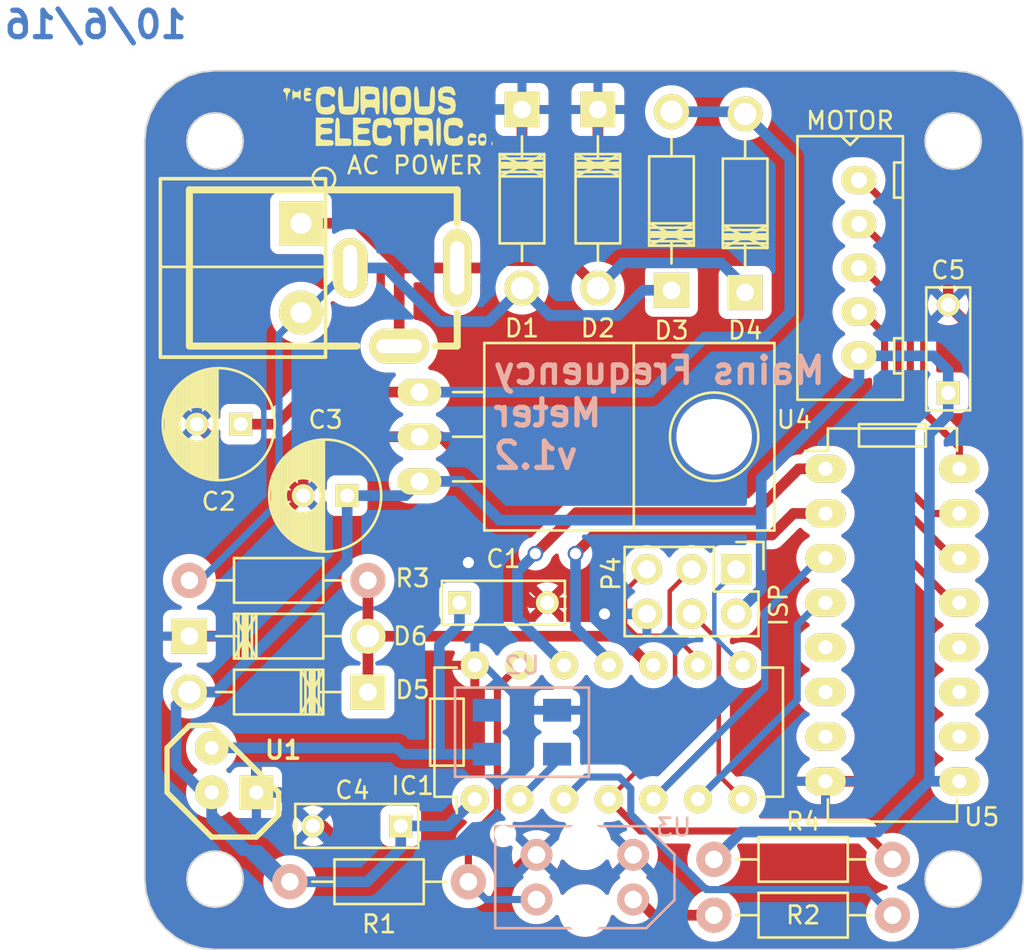
<source format=kicad_pcb>
(kicad_pcb (version 20221018) (generator pcbnew)
  (layers (0 "F.Cu" signal) (31 "B.Cu" signal) (34 "B.Paste" user) (35 "F.Paste" user) (36 "B.SilkS" user "B.Silkscreen") (37 "F.SilkS" user "F.Silkscreen") (38 "B.Mask" user) (39 "F.Mask" user) (44 "Edge.Cuts" user))
  (net 0 "")
  (net 1 "VCC")
  (net 2 "GND")
  (net 3 "/DMAINSF")
  (net 4 "/TCXO")
  (net 5 "/RST")
  (net 6 "/MOSI")
  (net 7 "/MISO")
  (net 8 "/SCK")
  (net 9 "/MAINSF")
  (net 10 "Net-(C1-Pad1)")
  (net 11 "/IN3")
  (net 12 "/IN1")
  (net 13 "/IN2")
  (net 14 "/IN4")
  (net 15 "/MOTOR_HOME_OUT")
  (net 16 "/MOTOR_HOME_SENSE")
  (net 17 "Net-(P3-Pad1)")
  (net 18 "Net-(P3-Pad3)")
  (net 19 "Net-(P3-Pad4)")
  (net 20 "Net-(R2-Pad2)")
  (net 21 "Net-(P3-Pad2)")
  (net 22 "Net-(C2-Pad1)")
  (net 23 "Net-(CON1-Pad2)")
  (net 24 "Net-(U2-Pad1)")
  (net 25 "Net-(U5-Pad5)")
  (net 26 "Net-(U5-Pad6)")
  (net 27 "Net-(U5-Pad7)")
  (net 28 "Net-(U5-Pad10)")
  (net 29 "Net-(U5-Pad11)")
  (net 30 "Net-(U5-Pad12)")
  (footprint "sick-of-beige:DP5050" (layer "F.Cu") (at 179.959 120.015)
    (fp_text reference "")
    (fp_text value "")
    (fp_line (start 0 4) (end 0.076859 3.21964) (stroke (width 0.1)) (layer "Edge.Cuts"))
    (fp_line (start 0 46) (end 0 4) (stroke (width 0.1)) (layer "Edge.Cuts"))
    (fp_line (start 0.076859 3.21964) (end 0.304474 2.46925) (stroke (width 0.1)) (layer "Edge.Cuts"))
    (fp_line (start 0.076859 46.7803) (end 0 46) (stroke (width 0.1)) (layer "Edge.Cuts"))
    (fp_line (start 0.304474 2.46925) (end 0.674118 1.77771) (stroke (width 0.1)) (layer "Edge.Cuts"))
    (fp_line (start 0.304474 47.5307) (end 0.076859 46.7803) (stroke (width 0.1)) (layer "Edge.Cuts"))
    (fp_line (start 0.674118 1.77771) (end 1.17157 1.17157) (stroke (width 0.1)) (layer "Edge.Cuts"))
    (fp_line (start 0.674118 48.2223) (end 0.304474 47.5307) (stroke (width 0.1)) (layer "Edge.Cuts"))
    (fp_line (start 1.17157 1.17157) (end 1.77771 0.674118) (stroke (width 0.1)) (layer "Edge.Cuts"))
    (fp_line (start 1.17157 48.8284) (end 0.674118 48.2223) (stroke (width 0.1)) (layer "Edge.Cuts"))
    (fp_line (start 1.77771 0.674118) (end 2.46925 0.304474) (stroke (width 0.1)) (layer "Edge.Cuts"))
    (fp_line (start 1.77771 49.3259) (end 1.17157 48.8284) (stroke (width 0.1)) (layer "Edge.Cuts"))
    (fp_line (start 2.39999 4) (end 2.43074 4.31213) (stroke (width 0.1)) (layer "Edge.Cuts"))
    (fp_line (start 2.39999 46) (end 2.43074 46.3121) (stroke (width 0.1)) (layer "Edge.Cuts"))
    (fp_line (start 2.43074 3.68785) (end 2.39999 4) (stroke (width 0.1)) (layer "Edge.Cuts"))
    (fp_line (start 2.43074 4.31213) (end 2.52179 4.61229) (stroke (width 0.1)) (layer "Edge.Cuts"))
    (fp_line (start 2.43074 45.6879) (end 2.39999 46) (stroke (width 0.1)) (layer "Edge.Cuts"))
    (fp_line (start 2.43074 46.3121) (end 2.52179 46.6123) (stroke (width 0.1)) (layer "Edge.Cuts"))
    (fp_line (start 2.46925 0.304474) (end 3.21964 0.076859) (stroke (width 0.1)) (layer "Edge.Cuts"))
    (fp_line (start 2.46925 49.6955) (end 1.77771 49.3259) (stroke (width 0.1)) (layer "Edge.Cuts"))
    (fp_line (start 2.52179 3.3877) (end 2.43074 3.68785) (stroke (width 0.1)) (layer "Edge.Cuts"))
    (fp_line (start 2.52179 4.61229) (end 2.66965 4.8889) (stroke (width 0.1)) (layer "Edge.Cuts"))
    (fp_line (start 2.52179 45.3877) (end 2.43074 45.6879) (stroke (width 0.1)) (layer "Edge.Cuts"))
    (fp_line (start 2.52179 46.6123) (end 2.66965 46.8889) (stroke (width 0.1)) (layer "Edge.Cuts"))
    (fp_line (start 2.66965 3.11108) (end 2.52179 3.3877) (stroke (width 0.1)) (layer "Edge.Cuts"))
    (fp_line (start 2.66965 4.8889) (end 2.86862 5.13136) (stroke (width 0.1)) (layer "Edge.Cuts"))
    (fp_line (start 2.66965 45.1111) (end 2.52179 45.3877) (stroke (width 0.1)) (layer "Edge.Cuts"))
    (fp_line (start 2.66965 46.8889) (end 2.86862 47.1314) (stroke (width 0.1)) (layer "Edge.Cuts"))
    (fp_line (start 2.86862 2.86862) (end 2.66965 3.11108) (stroke (width 0.1)) (layer "Edge.Cuts"))
    (fp_line (start 2.86862 5.13136) (end 3.11108 5.33034) (stroke (width 0.1)) (layer "Edge.Cuts"))
    (fp_line (start 2.86862 44.8686) (end 2.66965 45.1111) (stroke (width 0.1)) (layer "Edge.Cuts"))
    (fp_line (start 2.86862 47.1314) (end 3.11108 47.3303) (stroke (width 0.1)) (layer "Edge.Cuts"))
    (fp_line (start 3.11108 2.66965) (end 2.86862 2.86862) (stroke (width 0.1)) (layer "Edge.Cuts"))
    (fp_line (start 3.11108 5.33034) (end 3.3877 5.4782) (stroke (width 0.1)) (layer "Edge.Cuts"))
    (fp_line (start 3.11108 44.6696) (end 2.86862 44.8686) (stroke (width 0.1)) (layer "Edge.Cuts"))
    (fp_line (start 3.11108 47.3303) (end 3.3877 47.4782) (stroke (width 0.1)) (layer "Edge.Cuts"))
    (fp_line (start 3.21964 0.076859) (end 3.99998 0) (stroke (width 0.1)) (layer "Edge.Cuts"))
    (fp_line (start 3.21964 49.9231) (end 2.46925 49.6955) (stroke (width 0.1)) (layer "Edge.Cuts"))
    (fp_line (start 3.3877 2.52179) (end 3.11108 2.66965) (stroke (width 0.1)) (layer "Edge.Cuts"))
    (fp_line (start 3.3877 5.4782) (end 3.68785 5.56924) (stroke (width 0.1)) (layer "Edge.Cuts"))
    (fp_line (start 3.3877 44.5218) (end 3.11108 44.6696) (stroke (width 0.1)) (layer "Edge.Cuts"))
    (fp_line (start 3.3877 47.4782) (end 3.68785 47.5692) (stroke (width 0.1)) (layer "Edge.Cuts"))
    (fp_line (start 3.68785 2.43074) (end 3.3877 2.52179) (stroke (width 0.1)) (layer "Edge.Cuts"))
    (fp_line (start 3.68785 5.56924) (end 4 5.59999) (stroke (width 0.1)) (layer "Edge.Cuts"))
    (fp_line (start 3.68785 44.4307) (end 3.3877 44.5218) (stroke (width 0.1)) (layer "Edge.Cuts"))
    (fp_line (start 3.68785 47.5692) (end 4 47.6) (stroke (width 0.1)) (layer "Edge.Cuts"))
    (fp_line (start 3.99998 0) (end 46 0) (stroke (width 0.1)) (layer "Edge.Cuts"))
    (fp_line (start 3.99998 2.39999) (end 3.68785 2.43074) (stroke (width 0.1)) (layer "Edge.Cuts"))
    (fp_line (start 3.99998 44.4) (end 3.68785 44.4307) (stroke (width 0.1)) (layer "Edge.Cuts"))
    (fp_line (start 4 5.59999) (end 4.31213 5.56924) (stroke (width 0.1)) (layer "Edge.Cuts"))
    (fp_line (start 4 47.6) (end 4.31213 47.5692) (stroke (width 0.1)) (layer "Edge.Cuts"))
    (fp_line (start 4 50) (end 3.21964 49.9231) (stroke (width 0.1)) (layer "Edge.Cuts"))
    (fp_line (start 4.31213 2.43074) (end 3.99998 2.39999) (stroke (width 0.1)) (layer "Edge.Cuts"))
    (fp_line (start 4.31213 5.56924) (end 4.61229 5.4782) (stroke (width 0.1)) (layer "Edge.Cuts"))
    (fp_line (start 4.31213 44.4307) (end 3.99998 44.4) (stroke (width 0.1)) (layer "Edge.Cuts"))
    (fp_line (start 4.31213 47.5692) (end 4.61229 47.4782) (stroke (width 0.1)) (layer "Edge.Cuts"))
    (fp_line (start 4.61229 2.52179) (end 4.31213 2.43074) (stroke (width 0.1)) (layer "Edge.Cuts"))
    (fp_line (start 4.61229 5.4782) (end 4.8889 5.33034) (stroke (width 0.1)) (layer "Edge.Cuts"))
    (fp_line (start 4.61229 44.5218) (end 4.31213 44.4307) (stroke (width 0.1)) (layer "Edge.Cuts"))
    (fp_line (start 4.61229 47.4782) (end 4.8889 47.3303) (stroke (width 0.1)) (layer "Edge.Cuts"))
    (fp_line (start 4.8889 2.66965) (end 4.61229 2.52179) (stroke (width 0.1)) (layer "Edge.Cuts"))
    (fp_line (start 4.8889 5.33034) (end 5.13136 5.13136) (stroke (width 0.1)) (layer "Edge.Cuts"))
    (fp_line (start 4.8889 44.6696) (end 4.61229 44.5218) (stroke (width 0.1)) (layer "Edge.Cuts"))
    (fp_line (start 4.8889 47.3303) (end 5.13136 47.1314) (stroke (width 0.1)) (layer "Edge.Cuts"))
    (fp_line (start 5.13136 2.86862) (end 4.8889 2.66965) (stroke (width 0.1)) (layer "Edge.Cuts"))
    (fp_line (start 5.13136 5.13136) (end 5.33034 4.8889) (stroke (width 0.1)) (layer "Edge.Cuts"))
    (fp_line (start 5.13136 44.8686) (end 4.8889 44.6696) (stroke (width 0.1)) (layer "Edge.Cuts"))
    (fp_line (start 5.13136 47.1314) (end 5.33034 46.8889) (stroke (width 0.1)) (layer "Edge.Cuts"))
    (fp_line (start 5.33034 3.11108) (end 5.13136 2.86862) (stroke (width 0.1)) (layer "Edge.Cuts"))
    (fp_line (start 5.33034 4.8889) (end 5.4782 4.61229) (stroke (width 0.1)) (layer "Edge.Cuts"))
    (fp_line (start 5.33034 45.1111) (end 5.13136 44.8686) (stroke (width 0.1)) (layer "Edge.Cuts"))
    (fp_line (start 5.33034 46.8889) (end 5.4782 46.6123) (stroke (width 0.1)) (layer "Edge.Cuts"))
    (fp_line (start 5.4782 3.3877) (end 5.33034 3.11108) (stroke (width 0.1)) (layer "Edge.Cuts"))
    (fp_line (start 5.4782 4.61229) (end 5.56924 4.31213) (stroke (width 0.1)) (layer "Edge.Cuts"))
    (fp_line (start 5.4782 45.3877) (end 5.33034 45.1111) (stroke (width 0.1)) (layer "Edge.Cuts"))
    (fp_line (start 5.4782 46.6123) (end 5.56924 46.3121) (stroke (width 0.1)) (layer "Edge.Cuts"))
    (fp_line (start 5.56924 3.68785) (end 5.4782 3.3877) (stroke (width 0.1)) (layer "Edge.Cuts"))
    (fp_line (start 5.56924 4.31213) (end 5.59999 4) (stroke (width 0.1)) (layer "Edge.Cuts"))
    (fp_line (start 5.56924 45.6879) (end 5.4782 45.3877) (stroke (width 0.1)) (layer "Edge.Cuts"))
    (fp_line (start 5.56924 46.3121) (end 5.59999 46) (stroke (width 0.1)) (layer "Edge.Cuts"))
    (fp_line (start 5.59999 4) (end 5.56924 3.68785) (stroke (width 0.1)) (layer "Edge.Cuts"))
    (fp_line (start 5.59999 46) (end 5.56924 45.6879) (stroke (width 0.1)) (layer "Edge.Cuts"))
    (fp_line (start 44.4 4) (end 44.4307 4.31213) (stroke (width 0.1)) (layer "Edge.Cuts"))
    (fp_line (start 44.4 46) (end 44.4307 46.3121) (stroke (width 0.1)) (layer "Edge.Cuts"))
    (fp_line (start 44.4307 3.68785) (end 44.4 4) (stroke (width 0.1)) (layer "Edge.Cuts"))
    (fp_line (start 44.4307 4.31213) (end 44.5218 4.61229) (stroke (width 0.1)) (layer "Edge.Cuts"))
    (fp_line (start 44.4307 45.6879) (end 44.4 46) (stroke (width 0.1)) (layer "Edge.Cuts"))
    (fp_line (start 44.4307 46.3121) (end 44.5218 46.6123) (stroke (width 0.1)) (layer "Edge.Cuts"))
    (fp_line (start 44.5218 3.3877) (end 44.4307 3.68785) (stroke (width 0.1)) (layer "Edge.Cuts"))
    (fp_line (start 44.5218 4.61229) (end 44.6696 4.8889) (stroke (width 0.1)) (layer "Edge.Cuts"))
    (fp_line (start 44.5218 45.3877) (end 44.4307 45.6879) (stroke (width 0.1)) (layer "Edge.Cuts"))
    (fp_line (start 44.5218 46.6123) (end 44.6696 46.8889) (stroke (width 0.1)) (layer "Edge.Cuts"))
    (fp_line (start 44.6696 3.11108) (end 44.5218 3.3877) (stroke (width 0.1)) (layer "Edge.Cuts"))
    (fp_line (start 44.6696 4.8889) (end 44.8686 5.13136) (stroke (width 0.1)) (layer "Edge.Cuts"))
    (fp_line (start 44.6696 45.1111) (end 44.5218 45.3877) (stroke (width 0.1)) (layer "Edge.Cuts"))
    (fp_line (start 44.6696 46.8889) (end 44.8686 47.1314) (stroke (width 0.1)) (layer "Edge.Cuts"))
    (fp_line (start 44.8686 2.86862) (end 44.6696 3.11108) (stroke (width 0.1)) (layer "Edge.Cuts"))
    (fp_line (start 44.8686 5.13136) (end 45.1111 5.33034) (stroke (width 0.1)) (layer "Edge.Cuts"))
    (fp_line (start 44.8686 44.8686) (end 44.6696 45.1111) (stroke (width 0.1)) (layer "Edge.Cuts"))
    (fp_line (start 44.8686 47.1314) (end 45.1111 47.3303) (stroke (width 0.1)) (layer "Edge.Cuts"))
    (fp_line (start 45.1111 2.66965) (end 44.8686 2.86862) (stroke (width 0.1)) (layer "Edge.Cuts"))
    (fp_line (start 45.1111 5.33034) (end 45.3877 5.4782) (stroke (width 0.1)) (layer "Edge.Cuts"))
    (fp_line (start 45.1111 44.6696) (end 44.8686 44.8686) (stroke (width 0.1)) (layer "Edge.Cuts"))
    (fp_line (start 45.1111 47.3303) (end 45.3877 47.4782) (stroke (width 0.1)) (layer "Edge.Cuts"))
    (fp_line (start 45.3877 2.52179) (end 45.1111 2.66965) (stroke (width 0.1)) (layer "Edge.Cuts"))
    (fp_line (start 45.3877 5.4782) (end 45.6879 5.56924) (stroke (width 0.1)) (layer "Edge.Cuts"))
    (fp_line (start 45.3877 44.5218) (end 45.1111 44.6696) (stroke (width 0.1)) (layer "Edge.Cuts"))
    (fp_line (start 45.3877 47.4782) (end 45.6879 47.5692) (stroke (width 0.1)) (layer "Edge.Cuts"))
    (fp_line (start 45.6879 2.43074) (end 45.3877 2.52179) (stroke (width 0.1)) (layer "Edge.Cuts"))
    (fp_line (start 45.6879 5.56924) (end 46 5.59999) (stroke (width 0.1)) (layer "Edge.Cuts"))
    (fp_line (start 45.6879 44.4307) (end 45.3877 44.5218) (stroke (width 0.1)) (layer "Edge.Cuts"))
    (fp_line (start 45.6879 47.5692) (end 46 47.6) (stroke (width 0.1)) (layer "Edge.Cuts"))
    (fp_line (start 46 0) (end 46.7803 0.076859) (stroke (width 0.1)) (layer "Edge.Cuts"))
    (fp_line (start 46 2.39999) (end 45.6879 2.43074) (stroke (width 0.1)) (layer "Edge.Cuts"))
    (fp_line (start 46 5.59999) (end 46.3121 5.56924) (stroke (width 0.1)) (layer "Edge.Cuts"))
    (fp_line (start 46 44.4) (end 45.6879 44.4307) (stroke (width 0.1)) (layer "Edge.Cuts"))
    (fp_line (start 46 47.6) (end 46.3121 47.5692) (stroke (width 0.1)) (layer "Edge.Cuts"))
    (fp_line (start 46 50) (end 4 50) (stroke (width 0.1)) (layer "Edge.Cuts"))
    (fp_line (start 46.3121 2.43074) (end 46 2.39999) (stroke (width 0.1)) (layer "Edge.Cuts"))
    (fp_line (start 46.3121 5.56924) (end 46.6123 5.4782) (stroke (width 0.1)) (layer "Edge.Cuts"))
    (fp_line (start 46.3121 44.4307) (end 46 44.4) (stroke (width 0.1)) (layer "Edge.Cuts"))
    (fp_line (start 46.3121 47.5692) (end 46.6123 47.4782) (stroke (width 0.1)) (layer "Edge.Cuts"))
    (fp_line (start 46.6123 2.52179) (end 46.3121 2.43074) (stroke (width 0.1)) (layer "Edge.Cuts"))
    (fp_line (start 46.6123 5.4782) (end 46.8889 5.33034) (stroke (width 0.1)) (layer "Edge.Cuts"))
    (fp_line (start 46.6123 44.5218) (end 46.3121 44.4307) (stroke (width 0.1)) (layer "Edge.Cuts"))
    (fp_line (start 46.6123 47.4782) (end 46.8889 47.3303) (stroke (width 0.1)) (layer "Edge.Cuts"))
    (fp_line (start 46.7803 0.076859) (end 47.5307 0.304474) (stroke (width 0.1)) (layer "Edge.Cuts"))
    (fp_line (start 46.7803 49.9231) (end 46 50) (stroke (width 0.1)) (layer "Edge.Cuts"))
    (fp_line (start 46.8889 2.66965) (end 46.6123 2.52179) (stroke (width 0.1)) (layer "Edge.Cuts"))
    (fp_line (start 46.8889 5.33034) (end 47.1314 5.13136) (stroke (width 0.1)) (layer "Edge.Cuts"))
    (fp_line (start 46.8889 44.6696) (end 46.6123 44.5218) (stroke (width 0.1)) (layer "Edge.Cuts"))
    (fp_line (start 46.8889 47.3303) (end 47.1314 47.1314) (stroke (width 0.1)) (layer "Edge.Cuts"))
    (fp_line (start 47.1314 2.86862) (end 46.8889 2.66965) (stroke (width 0.1)) (layer "Edge.Cuts"))
    (fp_line (start 47.1314 5.13136) (end 47.3303 4.8889) (stroke (width 0.1)) (layer "Edge.Cuts"))
    (fp_line (start 47.1314 44.8686) (end 46.8889 44.6696) (stroke (width 0.1)) (layer "Edge.Cuts"))
    (fp_line (start 47.1314 47.1314) (end 47.3303 46.8889) (stroke (width 0.1)) (layer "Edge.Cuts"))
    (fp_line (start 47.3303 3.11108) (end 47.1314 2.86862) (stroke (width 0.1)) (layer "Edge.Cuts"))
    (fp_line (start 47.3303 4.8889) (end 47.4782 4.61229) (stroke (width 0.1)) (layer "Edge.Cuts"))
    (fp_line (start 47.3303 45.1111) (end 47.1314 44.8686) (stroke (width 0.1)) (layer "Edge.Cuts"))
    (fp_line (start 47.3303 46.8889) (end 47.4782 46.6123) (stroke (width 0.1)) (layer "Edge.Cuts"))
    (fp_line (start 47.4782 3.3877) (end 47.3303 3.11108) (stroke (width 0.1)) (layer "Edge.Cuts"))
    (fp_line (start 47.4782 4.61229) (end 47.5692 4.31213) (stroke (width 0.1)) (layer "Edge.Cuts"))
    (fp_line (start 47.4782 45.3877) (end 47.3303 45.1111) (stroke (width 0.1)) (layer "Edge.Cuts"))
    (fp_line (start 47.4782 46.6123) (end 47.5692 46.3121) (stroke (width 0.1)) (layer "Edge.Cuts"))
    (fp_line (start 47.5307 0.304474) (end 48.2223 0.674118) (stroke (width 0.1)) (layer "Edge.Cuts"))
    (fp_line (start 47.5307 49.6955) (end 46.7803 49.9231) (stroke (width 0.1)) (layer "Edge.Cuts"))
    (fp_line (start 47.5692 3.68785) (end 47.4782 3.3877) (stroke (width 0.1)) (layer "Edge.Cuts"))
    (fp_line (start 47.5692 4.31213) (end 47.6 4) (stroke (width 0.1)) (layer "Edge.Cuts"))
    (fp_line (start 47.5692 45.6879) (end 47.4782 45.3877) (stroke (width 0.1)) (layer "Edge.Cuts"))
    (fp_line (start 47.5692 46.3121) (end 47.6 46) (stroke (width 0.1)) (layer "Edge.Cuts"))
    (fp_line (start 47.6 4) (end 47.5692 3.68785) (stroke (width 0.1)) (layer "Edge.Cuts"))
    (fp_line (start 47.6 46) (end 47.5692 45.6879) (stroke (width 0.1)) (layer "Edge.Cuts"))
    (fp_line (start 48.2223 0.674118) (end 48.8284 1.17157) (stroke (width 0.1)) (layer "Edge.Cuts"))
    (fp_line (start 48.2223 49.3259) (end 47.5307 49.6955) (stroke (width 0.1)) (layer "Edge.Cuts"))
    (fp_line (start 48.8284 1.17157) (end 49.3259 1.77771) (stroke (width 0.1)) (layer "Edge.Cuts"))
    (fp_line (start 48.8284 48.8284) (end 48.2223 49.3259) (stroke (width 0.1)) (layer "Edge.Cuts"))
    (fp_line (start 49.3259 1.77771) (end 49.6955 2.46925) (stroke (width 0.1)) (layer "Edge.Cuts"))
    (fp_line (start 49.3259 48.2223) (end 48.8284 48.8284) (stroke (width 0.1)) (layer "Edge.Cuts"))
    (fp_line (start 49.6955 2.46925) (end 49.9231 3.21964) (stroke (width 0.1)) (layer "Edge.Cuts"))
    (fp_line (start 49.6955 47.5307) (end 49.3259 48.2223) (stroke (width 0.1)) (layer "Edge.Cuts"))
    (fp_line (start 49.9231 3.21964) (end 50 4) (stroke (width 0.1)) (layer "Edge.Cuts"))
    (fp_line (start 49.9231 46.7803) (end 49.6955 47.5307) (stroke (width 0.1)) (layer "Edge.Cuts"))
    (fp_line (start 50 4) (end 50 46) (stroke (width 0.1)) (layer "Edge.Cuts"))
    (fp_line (start 50 46) (end 49.9231 46.7803) (stroke (width 0.1)) (layer "Edge.Cuts"))
  )
  (footprint "gridMeter:XHP-5" (layer "F.Cu") (at 220.599 131.238 90)
    (fp_text reference "P3" hide)
    (fp_text value "MOTOR")
  )
  (footprint "Capacitors_ThroughHole:C_Rect_L7_W2.5_P5" (layer "F.Cu") (at 197.866 150.288)
    (fp_text reference "C1")
    (fp_text value "100n")
  )
  (footprint "Capacitors_ThroughHole:C_Rect_L7_W2.5_P5" (layer "F.Cu") (at 194.524 162.988 180)
    (fp_text reference "C4")
    (fp_text value "100n")
  )
  (footprint "Capacitors_ThroughHole:C_Rect_L7_W2.5_P5" (layer "F.Cu") (at 225.679 138.343 90)
    (fp_text reference "C5")
    (fp_text value "100n")
  )
  (footprint "REInnovationFootprint:DC_Power_2_1" (layer "F.Cu") (at 197.739 131.238 -90)
    (fp_text reference "CON1" hide)
    (fp_text value "AC POWER" hide)
  )
  (footprint "Diodes_ThroughHole:Diode_DO-41_SOD81_Horizontal_RM10" (layer "F.Cu") (at 201.422 122.221 -90)
    (fp_text reference "D1")
    (fp_text value "IN400x")
  )
  (footprint "Diodes_ThroughHole:Diode_DO-41_SOD81_Horizontal_RM10" (layer "F.Cu") (at 205.74254 122.221 -90)
    (fp_text reference "D2")
    (fp_text value "IN400x")
  )
  (footprint "Diodes_ThroughHole:Diode_DO-41_SOD81_Horizontal_RM10" (layer "F.Cu") (at 209.93354 132.508 90)
    (fp_text reference "D3")
    (fp_text value "IN400x")
  )
  (footprint "Diodes_ThroughHole:Diode_DO-41_SOD81_Horizontal_RM10" (layer "F.Cu") (at 214.12454 132.635 90)
    (fp_text reference "D4")
    (fp_text value "IN400x")
  )
  (footprint "Diodes_ThroughHole:Diode_DO-41_SOD81_Horizontal_RM10" (layer "F.Cu") (at 192.659 155.368 180)
    (fp_text reference "D5")
    (fp_text value "IN400x")
  )
  (footprint "Diodes_ThroughHole:Diode_DO-41_SOD81_Horizontal_RM10" (layer "F.Cu") (at 182.499 152.193)
    (fp_text reference "D6")
    (fp_text value "1N400x")
  )
  (footprint "DIP-14_W7.62mm" (layer "F.Cu") (at 198.739 161.463 90)
    (fp_text reference "IC1")
    (fp_text value " ATTINY84A-PU")
  )
  (footprint "REInnovationFootprint:TH_CONN_2W" (layer "F.Cu") (at 188.849 133.778 -90)
    (fp_text reference "P2" hide)
    (fp_text value "AC POWER" hide)
  )
  (footprint "Pin_Headers:Pin_Header_Straight_2x03" (layer "F.Cu") (at 213.614 148.383 -90)
    (fp_text reference "P4")
    (fp_text value "ISP")
  )
  (footprint "Resistors_ThroughHole:Resistor_Horizontal_RM10mm" (layer "F.Cu") (at 193.294 166.163 180)
    (fp_text reference "R1")
    (fp_text value "10K")
  )
  (footprint "Resistors_ThroughHole:Resistor_Horizontal_RM10mm" (layer "F.Cu") (at 217.424 168.068 180)
    (fp_text reference "R2")
    (fp_text value "330R")
  )
  (footprint "Resistors_ThroughHole:Resistor_Horizontal_RM10mm" (layer "F.Cu") (at 187.579 149.018 180)
    (fp_text reference "R3")
    (fp_text value "10K")
  )
  (footprint "Resistors_ThroughHole:Resistor_Horizontal_RM10mm" (layer "F.Cu") (at 217.424 164.893 180)
    (fp_text reference "R4")
    (fp_text value "10K")
  )
  (footprint "TO_SOT_Packages_THT:TO-220_Neutral123_Horizontal" (layer "F.Cu") (at 195.595 140.843 -90)
    (fp_text reference "U4")
    (fp_text value "7805")
  )
  (footprint "DIP-16_W7.62mm_LongPads" (layer "F.Cu") (at 218.694 142.668)
    (fp_text reference "U5")
    (fp_text value "ULN2003")
  )
  (footprint "Capacitors_ThroughHole:C_Radial_D6.3_L11.2_P2.5" (layer "F.Cu") (at 185.42 140.128 180)
    (fp_text reference "C2")
    (fp_text value "220u")
  )
  (footprint "Capacitors_ThroughHole:C_Radial_D6.3_L11.2_P2.5" (layer "F.Cu") (at 191.476 144.192 180)
    (fp_text reference "C3")
    (fp_text value "220u")
  )
  (footprint "CuriousElectric2:CuriousElectric_flat_12mm" (layer "F.Cu") (at 193.675 122.602)
    (fp_text reference "P6" hide)
    (fp_text value "LOGO1" hide)
  )
  (footprint "matts_components:TO92-MCP1700" (layer "F.Cu") (at 185.039 159.813 90)
    (fp_text reference "U1")
    (fp_text value "MCP170-3_3V" hide)
  )
  (footprint "gridMeter:FOX924" (layer "B.Cu") (at 201.422 157.654)
    (fp_text reference "U2")
    (fp_text value "TCXO_SMD_4P")
  )
  (footprint "gridMeter:TCRT5000" (layer "B.Cu") (at 205 165.904)
    (fp_text reference "U3")
    (fp_text value "TCRT5000")
  )
  (gr_text "10/6/16" (at 177.165 117.395) (layer "B.Cu") (effects (font (size 1.5 1.5) (thickness 0.3)) (justify mirror)))
  (gr_text "Mains Frequency\nMeter\nv1.2" (at 199.644 139.493) (layer "B.SilkS") (effects (font (size 1.5 1.5) (thickness 0.3)) (justify right mirror)))
  (gr_text "MOTOR" (at 220.091 122.856) (layer "F.SilkS") (effects (font (size 1 1))))
  (gr_text "AC POWER" (at 195.326 125.396) (layer "F.SilkS") (effects (font (size 1 1))))
  (gr_text "ISP" (at 216.027 150.415 90) (layer "F.SilkS") (effects (font (size 1 1))))
  (segment (start 183.769 162.607) (end 185.547 164.385) (width 0.6096) (layer "B.Cu") (net 1))
  (segment (start 185.547 164.385) (end 186.436 164.385) (width 0.6096) (layer "B.Cu") (net 1))
  (segment (start 186.436 164.385) (end 188.214 166.163) (width 0.6096) (layer "B.Cu") (net 1))
  (segment (start 197.946 143.383) (end 200.152 145.589) (width 0.6096) (layer "B.Cu") (net 1))
  (segment (start 200.152 145.589) (end 215.036401 145.589) (width 0.6096) (layer "B.Cu") (net 1))
  (segment (start 215.036401 145.589) (end 215.036401 143.210199) (width 0.6096) (layer "B.Cu") (net 1))
  (segment (start 187.579 166.163) (end 183.769 162.353) (width 0.6096) (layer "B.Cu") (net 1))
  (segment (start 183.769 162.353) (end 183.769 161.083) (width 0.6096) (layer "B.Cu") (net 1))
  (segment (start 183.261 161.083) (end 181.737 159.559) (width 0.6096) (layer "B.Cu") (net 1))
  (segment (start 181.737 159.559) (end 181.737 156.13254) (width 0.6096) (layer "B.Cu") (net 1))
  (segment (start 181.737 156.13254) (end 182.499 155.37054) (width 0.6096) (layer "B.Cu") (net 1))
  (segment (start 184.02046 155.37054) (end 191.476 147.915) (width 0.6096) (layer "B.Cu") (net 1))
  (segment (start 191.476 147.915) (end 191.476 144.192) (width 0.6096) (layer "B.Cu") (net 1))
  (segment (start 191.476 144.192) (end 194.786 144.192) (width 0.6096) (layer "B.Cu") (net 1))
  (segment (start 212.344 164.893) (end 213.902291 163.334709) (width 0.6096) (layer "B.Cu") (net 1))
  (segment (start 224.60519 140.67641) (end 224.60519 160.39721) (width 0.6096) (layer "B.Cu") (net 1))
  (segment (start 192.6086 166.163) (end 188.214 166.163) (width 0.6096) (layer "B.Cu") (net 1))
  (segment (start 194.786 144.192) (end 195.595 143.383) (width 0.6096) (layer "B.Cu") (net 1))
  (segment (start 195.595 143.383) (end 197.946 143.383) (width 0.6096) (layer "B.Cu") (net 1))
  (segment (start 194.524 162.988) (end 197.214 162.988) (width 0.6096) (layer "B.Cu") (net 1))
  (segment (start 225.679 139.6026) (end 224.60519 140.67641) (width 0.6096) (layer "B.Cu") (net 1))
  (segment (start 188.214 166.163) (end 187.579 166.163) (width 0.6096) (layer "B.Cu") (net 1))
  (segment (start 225.679 138.343) (end 225.679 139.6026) (width 0.6096) (layer "B.Cu") (net 1))
  (segment (start 194.524 164.2476) (end 192.6086 166.163) (width 0.6096) (layer "B.Cu") (net 1))
  (segment (start 183.769 161.083) (end 183.261 161.083) (width 0.6096) (layer "B.Cu") (net 1))
  (segment (start 197.214 162.988) (end 198.739 161.463) (width 0.6096) (layer "B.Cu") (net 1))
  (segment (start 182.499 155.37054) (end 184.02046 155.37054) (width 0.6096) (layer "B.Cu") (net 1))
  (segment (start 224.8336 136.238) (end 222.2086 136.238) (width 0.6096) (layer "B.Cu") (net 1))
  (segment (start 215.036401 143.210199) (end 220.599 137.6476) (width 0.6096) (layer "B.Cu") (net 1))
  (segment (start 225.679 138.343) (end 225.679 137.0834) (width 0.6096) (layer "B.Cu") (net 1))
  (segment (start 220.599 137.6476) (end 220.599 136.238) (width 0.6096) (layer "B.Cu") (net 1))
  (segment (start 183.769 162.353) (end 183.769 162.607) (width 0.6096) (layer "B.Cu") (net 1))
  (segment (start 221.667691 163.334709) (end 224.5544 160.448) (width 0.6096) (layer "B.Cu") (net 1))
  (segment (start 224.5544 160.448) (end 226.314 160.448) (width 0.6096) (layer "B.Cu") (net 1))
  (segment (start 194.524 162.988) (end 194.524 164.2476) (width 0.6096) (layer "B.Cu") (net 1))
  (segment (start 225.679 137.0834) (end 224.8336 136.238) (width 0.6096) (layer "B.Cu") (net 1))
  (segment (start 213.614 150.923) (end 215.036401 149.500599) (width 0.6096) (layer "B.Cu") (net 1))
  (segment (start 224.60519 160.39721) (end 224.5544 160.448) (width 0.6096) (layer "B.Cu") (net 1))
  (segment (start 226.314 160.448) (end 225.964 160.448) (width 0.6096) (layer "B.Cu") (net 1))
  (segment (start 213.902291 163.334709) (end 221.667691 163.334709) (width 0.6096) (layer "B.Cu") (net 1))
  (segment (start 222.2086 136.238) (end 220.599 136.238) (width 0.6096) (layer "B.Cu") (net 1))
  (segment (start 215.036401 149.500599) (end 215.036401 145.589) (width 0.6096) (layer "B.Cu") (net 1))
  (segment (start 201.935 164.634) (end 200.406 166.163) (width 0.6096) (layer "F.Cu") (net 2))
  (segment (start 200.406 166.163) (end 200.406 167.052) (width 0.6096) (layer "F.Cu") (net 2))
  (segment (start 200.406 167.052) (end 199.263 168.195) (width 0.6096) (layer "F.Cu") (net 2))
  (segment (start 199.263 168.195) (end 195.326 168.195) (width 0.6096) (layer "F.Cu") (net 2))
  (segment (start 195.326 168.195) (end 190.119 162.988) (width 0.6096) (layer "F.Cu") (net 2))
  (segment (start 190.119 162.988) (end 189.524 162.988) (width 0.6096) (layer "F.Cu") (net 2))
  (segment (start 225.679 127.809) (end 222.377 124.507) (width 0.6096) (layer "F.Cu") (net 2))
  (segment (start 222.377 124.507) (end 205.867 124.507) (width 0.6096) (layer "F.Cu") (net 2))
  (segment (start 201.549 124.507) (end 201.42454 124.38254) (width 0.6096) (layer "F.Cu") (net 2))
  (segment (start 201.42454 124.38254) (end 201.42454 122.221) (width 0.6096) (layer "F.Cu") (net 2))
  (segment (start 205.74508 124.507) (end 205.867 124.507) (width 0.6096) (layer "F.Cu") (net 2))
  (segment (start 205.867 124.507) (end 201.549 124.507) (width 0.6096) (layer "F.Cu") (net 2))
  (segment (start 188.976 142.795) (end 190.928 140.843) (width 0.6096) (layer "F.Cu") (net 2))
  (segment (start 190.928 140.843) (end 195.595 140.843) (width 0.6096) (layer "F.Cu") (net 2))
  (segment (start 205.486 150.288) (end 206.121 150.923) (width 0.6096) (layer "F.Cu") (net 2))
  (segment (start 184.785 144.192) (end 184.785 144.446) (width 0.6096) (layer "F.Cu") (net 2))
  (segment (start 184.785 144.446) (end 184.785 144.192) (width 0.6096) (layer "F.Cu") (net 2))
  (segment (start 184.785 141.993) (end 182.92 140.128) (width 0.6096) (layer "F.Cu") (net 2))
  (segment (start 184.785 152.447) (end 184.785 145.335) (width 0.6096) (layer "F.Cu") (net 2))
  (segment (start 184.785 145.335) (end 184.785 144.192) (width 0.6096) (layer "F.Cu") (net 2))
  (segment (start 201.93 150.288) (end 198.882 147.24) (width 0.6096) (layer "F.Cu") (net 2))
  (segment (start 198.374 146.732) (end 198.374 146.478) (width 0.6096) (layer "F.Cu") (net 2))
  (segment (start 198.374 142.414) (end 196.803 140.843) (width 0.6096) (layer "F.Cu") (net 2))
  (segment (start 196.803 140.843) (end 195.595 140.843) (width 0.6096) (layer "F.Cu") (net 2))
  (segment (start 198.374 146.478) (end 198.374 142.414) (width 0.6096) (layer "F.Cu") (net 2))
  (segment (start 199.009 147.367) (end 198.882 147.367) (width 0.4064) (layer "F.Cu") (net 2))
  (segment (start 198.882 147.367) (end 198.882 147.24) (width 0.4064) (layer "F.Cu") (net 2))
  (segment (start 198.882 147.24) (end 198.374 146.732) (width 0.6096) (layer "F.Cu") (net 2))
  (segment (start 202.306 164.634) (end 203.581 165.909) (width 0.4064) (layer "F.Cu") (net 2))
  (segment (start 203.581 165.909) (end 206.475 165.909) (width 0.4064) (layer "F.Cu") (net 2))
  (segment (start 206.475 165.909) (end 207.75 164.634) (width 0.4064) (layer "F.Cu") (net 2))
  (segment (start 221.742 160.448) (end 224.028 162.734) (width 0.6096) (layer "F.Cu") (net 2))
  (segment (start 224.028 162.734) (end 226.949 162.734) (width 0.6096) (layer "F.Cu") (net 2))
  (segment (start 226.949 162.734) (end 228.473 161.21) (width 0.6096) (layer "F.Cu") (net 2))
  (segment (start 228.473 161.21) (end 228.473 136.137) (width 0.6096) (layer "F.Cu") (net 2))
  (segment (start 228.473 136.137) (end 225.679 133.343) (width 0.6096) (layer "F.Cu") (net 2))
  (segment (start 184.52846 152.19046) (end 184.785 152.447) (width 0.6096) (layer "F.Cu") (net 2))
  (segment (start 186.309 153.971) (end 184.52846 152.19046) (width 0.6096) (layer "F.Cu") (net 2))
  (segment (start 186.309 161.083) (end 186.309 153.971) (width 0.6096) (layer "F.Cu") (net 2))
  (segment (start 218.694 160.448) (end 221.742 160.448) (width 0.6096) (layer "F.Cu") (net 2))
  (segment (start 188.976 144.192) (end 184.785 144.192) (width 0.6096) (layer "F.Cu") (net 2))
  (segment (start 202.866 150.288) (end 205.486 150.288) (width 0.6096) (layer "F.Cu") (net 2))
  (segment (start 225.679 133.343) (end 225.679 127.809) (width 0.6096) (layer "F.Cu") (net 2))
  (segment (start 205.74508 122.221) (end 205.74508 124.507) (width 0.6096) (layer "F.Cu") (net 2))
  (segment (start 184.785 144.446) (end 184.785 141.993) (width 0.6096) (layer "F.Cu") (net 2))
  (segment (start 182.499 152.19046) (end 184.52846 152.19046) (width 0.6096) (layer "F.Cu") (net 2))
  (segment (start 188.976 144.192) (end 188.976 142.795) (width 0.6096) (layer "F.Cu") (net 2))
  (segment (start 202.866 150.288) (end 201.93 150.288) (width 0.6096) (layer "F.Cu") (net 2))
  (segment (start 202.25 164.634) (end 202.306 164.634) (width 0.4064) (layer "F.Cu") (net 2))
  (segment (start 202.25 164.634) (end 201.935 164.634) (width 0.6096) (layer "F.Cu") (net 2))
  (segment (start 198.374 148.002) (end 199.009 147.367) (width 0.4064) (layer "F.Cu") (net 2))
  (via (at 206.121 150.923) (size 0.889) (drill 0.635) (layers "F.Cu" "B.Cu") (net 2))
  (via (at 198.374 148.002) (size 0.889) (drill 0.635) (layers "F.Cu" "B.Cu") (net 2))
  (segment (start 182.92 130.055) (end 190.754 122.221) (width 0.6096) (layer "B.Cu") (net 2))
  (segment (start 190.754 122.221) (end 201.42454 122.221) (width 0.6096) (layer "B.Cu") (net 2))
  (segment (start 206.121 150.923) (end 208.534 150.923) (width 0.6096) (layer "B.Cu") (net 2))
  (segment (start 199.262 153.843) (end 201.823 156.404) (width 0.4064) (layer "B.Cu") (net 2))
  (segment (start 201.823 156.404) (end 203.422 156.404) (width 0.4064) (layer "B.Cu") (net 2))
  (segment (start 198.739 152.59) (end 199.517 151.812) (width 0.4064) (layer "B.Cu") (net 2))
  (segment (start 199.517 151.812) (end 199.517 149.145) (width 0.4064) (layer "B.Cu") (net 2))
  (segment (start 199.517 149.145) (end 198.374 148.002) (width 0.4064) (layer "B.Cu") (net 2))
  (segment (start 187.619 161.083) (end 189.524 162.988) (width 0.6096) (layer "B.Cu") (net 2))
  (segment (start 182.92 140.128) (end 182.92 130.055) (width 0.6096) (layer "B.Cu") (net 2))
  (segment (start 186.309 161.083) (end 187.619 161.083) (width 0.6096) (layer "B.Cu") (net 2))
  (segment (start 198.739 153.843) (end 198.739 152.59) (width 0.4064) (layer "B.Cu") (net 2))
  (segment (start 198.739 153.843) (end 199.262 153.843) (width 0.4064) (layer "B.Cu") (net 2))
  (segment (start 208.66 153.843) (end 207.01 152.193) (width 0.6096) (layer "F.Cu") (net 3))
  (segment (start 207.01 152.193) (end 192.66154 152.193) (width 0.6096) (layer "F.Cu") (net 3))
  (segment (start 192.66154 152.193) (end 192.659 152.19046) (width 0.6096) (layer "F.Cu") (net 3))
  (segment (start 192.659 152.19046) (end 192.659 155.37054) (width 0.6096) (layer "F.Cu") (net 3))
  (segment (start 192.659 149.018) (end 192.659 152.19046) (width 0.6096) (layer "F.Cu") (net 3))
  (segment (start 208.899 153.843) (end 208.66 153.843) (width 0.6096) (layer "F.Cu") (net 3))
  (segment (start 203.422 158.904) (end 203.422 159.32) (width 0.4064) (layer "B.Cu") (net 4))
  (segment (start 203.422 159.32) (end 201.279 161.463) (width 0.4064) (layer "B.Cu") (net 4))
  (segment (start 207.670401 149.246599) (end 208.534 148.383) (width 0.254) (layer "F.Cu") (net 5))
  (segment (start 222.504 164.893) (end 220.887799 163.276799) (width 0.4064) (layer "F.Cu") (net 5))
  (segment (start 207.289399 149.627601) (end 207.670401 149.246599) (width 0.254) (layer "F.Cu") (net 5))
  (segment (start 209.381799 152.167601) (end 207.936591 152.167601) (width 0.254) (layer "F.Cu") (net 5))
  (segment (start 210.13421 157.68779) (end 210.13421 152.920012) (width 0.254) (layer "F.Cu") (net 5))
  (segment (start 210.13421 152.920012) (end 209.381799 152.167601) (width 0.254) (layer "F.Cu") (net 5))
  (segment (start 207.936591 152.167601) (end 207.289399 151.520409) (width 0.254) (layer "F.Cu") (net 5))
  (segment (start 208.172799 163.276799) (end 207.158999 162.262999) (width 0.4064) (layer "F.Cu") (net 5))
  (segment (start 220.887799 163.276799) (end 208.172799 163.276799) (width 0.4064) (layer "F.Cu") (net 5))
  (segment (start 207.289399 151.520409) (end 207.289399 149.627601) (width 0.254) (layer "F.Cu") (net 5))
  (segment (start 207.158999 162.262999) (end 206.359 161.463) (width 0.4064) (layer "F.Cu") (net 5))
  (segment (start 206.359 161.463) (end 210.13421 157.68779) (width 0.254) (layer "F.Cu") (net 5))
  (segment (start 213.979 161.463) (end 212.620001 160.104001) (width 0.254) (layer "F.Cu") (net 6))
  (segment (start 212.620001 152.469001) (end 211.937599 151.786599) (width 0.254) (layer "F.Cu") (net 6))
  (segment (start 212.620001 160.104001) (end 212.620001 152.469001) (width 0.254) (layer "F.Cu") (net 6))
  (segment (start 211.937599 151.786599) (end 211.074 150.923) (width 0.254) (layer "F.Cu") (net 6))
  (segment (start 213.179001 153.043001) (end 213.979 153.843) (width 0.254) (layer "B.Cu") (net 7))
  (segment (start 212.369399 149.707601) (end 212.369399 152.233399) (width 0.254) (layer "B.Cu") (net 7))
  (segment (start 213.614 148.463) (end 212.369399 149.707601) (width 0.254) (layer "B.Cu") (net 7))
  (segment (start 212.369399 152.233399) (end 213.179001 153.043001) (width 0.254) (layer "B.Cu") (net 7))
  (segment (start 213.614 148.383) (end 213.614 148.463) (width 0.254) (layer "B.Cu") (net 7))
  (segment (start 211.074 148.383) (end 209.829399 149.627601) (width 0.254) (layer "F.Cu") (net 8))
  (segment (start 211.439 153.506365) (end 211.439 153.843) (width 0.254) (layer "F.Cu") (net 8))
  (segment (start 209.829399 149.627601) (end 209.829399 151.896764) (width 0.254) (layer "F.Cu") (net 8))
  (segment (start 209.829399 151.896764) (end 211.439 153.506365) (width 0.254) (layer "F.Cu") (net 8))
  (segment (start 193.675 131.238) (end 196.723 134.286) (width 0.6096) (layer "B.Cu") (net 9))
  (segment (start 196.723 134.286) (end 199.51954 134.286) (width 0.6096) (layer "B.Cu") (net 9))
  (segment (start 199.51954 134.286) (end 201.42454 132.381) (width 0.6096) (layer "B.Cu") (net 9))
  (segment (start 202.424029 133.380489) (end 201.42454 132.381) (width 0.6096) (layer "B.Cu") (net 9))
  (segment (start 191.643 131.238) (end 193.675 131.238) (width 0.6096) (layer "B.Cu") (net 9))
  (segment (start 187.599321 135.027679) (end 187.599321 144.552679) (width 0.4064) (layer "B.Cu") (net 9))
  (segment (start 188.849 133.778) (end 189.103 133.778) (width 0.4064) (layer "B.Cu") (net 9))
  (segment (start 202.982831 133.939291) (end 202.424029 133.380489) (width 0.6096) (layer "B.Cu") (net 9))
  (segment (start 209.931 132.508) (end 208.32191 132.508) (width 0.6096) (layer "B.Cu") (net 9))
  (segment (start 208.32191 132.508) (end 206.890619 133.939291) (width 0.6096) (layer "B.Cu") (net 9))
  (segment (start 183.498489 148.653511) (end 182.499 149.653) (width 0.4064) (layer "B.Cu") (net 9))
  (segment (start 206.890619 133.939291) (end 202.982831 133.939291) (width 0.6096) (layer "B.Cu") (net 9))
  (segment (start 189.103 133.778) (end 191.643 131.238) (width 0.4064) (layer "B.Cu") (net 9))
  (segment (start 188.849 133.778) (end 187.599321 135.027679) (width 0.4064) (layer "B.Cu") (net 9))
  (segment (start 187.599321 144.552679) (end 183.498489 148.653511) (width 0.4064) (layer "B.Cu") (net 9))
  (segment (start 194.31 158.543) (end 194.671 158.904) (width 0.6096) (layer "B.Cu") (net 10))
  (segment (start 194.671 158.904) (end 196.723 158.904) (width 0.6096) (layer "B.Cu") (net 10))
  (segment (start 196.723 158.904) (end 198.0124 158.904) (width 0.6096) (layer "B.Cu") (net 10))
  (segment (start 197.866 151.5476) (end 196.723 152.6906) (width 0.6096) (layer "B.Cu") (net 10))
  (segment (start 197.866 150.288) (end 197.866 151.5476) (width 0.6096) (layer "B.Cu") (net 10))
  (segment (start 196.723 152.6906) (end 196.723 158.904) (width 0.6096) (layer "B.Cu") (net 10))
  (segment (start 183.769 158.543) (end 194.31 158.543) (width 0.6096) (layer "B.Cu") (net 10))
  (segment (start 198.0124 158.904) (end 199.422 158.904) (width 0.6096) (layer "B.Cu") (net 10))
  (segment (start 215.236201 155.125799) (end 215.236201 150.855799) (width 0.4064) (layer "B.Cu") (net 11))
  (segment (start 218.344 147.748) (end 218.694 147.748) (width 0.4064) (layer "B.Cu") (net 11))
  (segment (start 208.899 161.463) (end 215.236201 155.125799) (width 0.4064) (layer "B.Cu") (net 11))
  (segment (start 215.236201 150.855799) (end 218.344 147.748) (width 0.4064) (layer "B.Cu") (net 11))
  (segment (start 217.17 142.668) (end 214.677 145.161) (width 0.6096) (layer "F.Cu") (net 12))
  (segment (start 214.677 145.161) (end 204.517 145.161) (width 0.6096) (layer "F.Cu") (net 12))
  (segment (start 204.517 145.161) (end 202.184 147.494) (width 0.6096) (layer "F.Cu") (net 12))
  (segment (start 218.694 142.668) (end 217.17 142.668) (width 0.6096) (layer "F.Cu") (net 12))
  (via (at 202.184 147.494) (size 0.889) (drill 0.635) (layers "F.Cu" "B.Cu") (net 12))
  (segment (start 203.819 153.828) (end 201.168 151.177) (width 0.6096) (layer "B.Cu") (net 12))
  (segment (start 201.168 151.177) (end 201.168 148.764) (width 0.6096) (layer "B.Cu") (net 12))
  (segment (start 202.184 147.494) (end 201.168 148.51) (width 0.6096) (layer "B.Cu") (net 12))
  (segment (start 201.168 148.51) (end 201.168 148.764) (width 0.6096) (layer "B.Cu") (net 12))
  (segment (start 203.819 153.843) (end 203.819 153.828) (width 0.6096) (layer "B.Cu") (net 12))
  (segment (start 216.869 145.208) (end 215.646 146.431) (width 0.6096) (layer "F.Cu") (net 13))
  (segment (start 215.646 146.431) (end 205.533 146.431) (width 0.6096) (layer "F.Cu") (net 13))
  (segment (start 205.533 146.431) (end 204.47 147.494) (width 0.6096) (layer "F.Cu") (net 13))
  (segment (start 218.694 145.208) (end 216.869 145.208) (width 0.6096) (layer "F.Cu") (net 13))
  (segment (start 215.646 146.431) (end 216.869 145.208) (width 0.4064) (layer "F.Cu") (net 13))
  (via (at 204.47 147.494) (size 0.889) (drill 0.635) (layers "F.Cu" "B.Cu") (net 13))
  (segment (start 206.359 153.574) (end 204.47 151.685) (width 0.6096) (layer "B.Cu") (net 13))
  (segment (start 204.47 151.685) (end 204.47 149.526) (width 0.6096) (layer "B.Cu") (net 13))
  (segment (start 204.47 147.494) (end 204.47 149.526) (width 0.6096) (layer "B.Cu") (net 13))
  (segment (start 206.359 153.843) (end 206.359 153.447) (width 0.6096) (layer "B.Cu") (net 13))
  (segment (start 206.359 153.843) (end 206.359 153.574) (width 0.6096) (layer "B.Cu") (net 13))
  (segment (start 217.08679 151.54521) (end 218.344 150.288) (width 0.4064) (layer "B.Cu") (net 14))
  (segment (start 217.08679 155.81521) (end 217.08679 151.54521) (width 0.4064) (layer "B.Cu") (net 14))
  (segment (start 218.344 150.288) (end 218.694 150.288) (width 0.4064) (layer "B.Cu") (net 14))
  (segment (start 211.439 161.463) (end 217.08679 155.81521) (width 0.4064) (layer "B.Cu") (net 14))
  (segment (start 206.962457 160.205799) (end 207.616201 160.859543) (width 0.4064) (layer "B.Cu") (net 15))
  (segment (start 203.819 161.463) (end 205.076201 160.205799) (width 0.4064) (layer "B.Cu") (net 15))
  (segment (start 205.076201 160.205799) (end 206.962457 160.205799) (width 0.4064) (layer "B.Cu") (net 15))
  (segment (start 211.906405 166.611309) (end 221.047309 166.611309) (width 0.4064) (layer "B.Cu") (net 15))
  (segment (start 221.504511 167.068511) (end 222.504 168.068) (width 0.4064) (layer "B.Cu") (net 15))
  (segment (start 207.616201 162.321105) (end 211.906405 166.611309) (width 0.4064) (layer "B.Cu") (net 15))
  (segment (start 221.047309 166.611309) (end 221.504511 167.068511) (width 0.4064) (layer "B.Cu") (net 15))
  (segment (start 207.616201 160.859543) (end 207.616201 162.321105) (width 0.4064) (layer "B.Cu") (net 15))
  (segment (start 198.374 163.75) (end 200.025 162.099) (width 0.4064) (layer "F.Cu") (net 16))
  (segment (start 200.025 162.099) (end 200.025 155.097) (width 0.4064) (layer "F.Cu") (net 16))
  (segment (start 200.025 155.097) (end 201.279 153.843) (width 0.4064) (layer "F.Cu") (net 16))
  (segment (start 198.374 166.163) (end 198.374 163.75) (width 0.4064) (layer "F.Cu") (net 16))
  (segment (start 198.374 166.163) (end 199.385 167.174) (width 0.4064) (layer "B.Cu") (net 16))
  (segment (start 199.385 167.174) (end 202.25 167.174) (width 0.4064) (layer "B.Cu") (net 16))
  (segment (start 224.571799 139.719399) (end 224.555399 139.719399) (width 0.4064) (layer "F.Cu") (net 17))
  (segment (start 226.314 141.4616) (end 224.571799 139.719399) (width 0.4064) (layer "F.Cu") (net 17))
  (segment (start 220.799 126.238) (end 220.599 126.238) (width 0.4064) (layer "F.Cu") (net 17))
  (segment (start 224.282 129.721) (end 220.799 126.238) (width 0.4064) (layer "F.Cu") (net 17))
  (segment (start 226.314 142.668) (end 226.314 141.4616) (width 0.4064) (layer "F.Cu") (net 17))
  (segment (start 224.282 139.446) (end 224.282 129.721) (width 0.4064) (layer "F.Cu") (net 17))
  (segment (start 224.555399 139.719399) (end 224.282 139.446) (width 0.4064) (layer "F.Cu") (net 17))
  (segment (start 226.314 147.748) (end 225.964 147.748) (width 0.4064) (layer "F.Cu") (net 18))
  (segment (start 222.859589 144.643589) (end 222.859589 133.298589) (width 0.4064) (layer "F.Cu") (net 18))
  (segment (start 222.859589 133.298589) (end 220.799 131.238) (width 0.4064) (layer "F.Cu") (net 18))
  (segment (start 225.964 147.748) (end 222.859589 144.643589) (width 0.4064) (layer "F.Cu") (net 18))
  (segment (start 220.799 131.238) (end 220.599 131.238) (width 0.4064) (layer "F.Cu") (net 18))
  (segment (start 226.314 150.288) (end 225.964 150.288) (width 0.4064) (layer "F.Cu") (net 19))
  (segment (start 222.05621 134.99521) (end 220.799 133.738) (width 0.4064) (layer "F.Cu") (net 19))
  (segment (start 225.964 150.288) (end 222.05621 146.38021) (width 0.4064) (layer "F.Cu") (net 19))
  (segment (start 222.05621 146.38021) (end 222.05621 134.99521) (width 0.4064) (layer "F.Cu") (net 19))
  (segment (start 220.799 133.738) (end 220.599 133.738) (width 0.4064) (layer "F.Cu") (net 19))
  (segment (start 208.021 167.174) (end 208.915 168.068) (width 0.6096) (layer "F.Cu") (net 20))
  (segment (start 208.915 168.068) (end 212.344 168.068) (width 0.6096) (layer "F.Cu") (net 20))
  (segment (start 207.75 167.174) (end 208.021 167.174) (width 0.6096) (layer "F.Cu") (net 20))
  (segment (start 223.52 143.9704) (end 223.52 131.459) (width 0.4064) (layer "F.Cu") (net 21))
  (segment (start 226.314 145.208) (end 224.7576 145.208) (width 0.4064) (layer "F.Cu") (net 21))
  (segment (start 224.7576 145.208) (end 223.52 143.9704) (width 0.4064) (layer "F.Cu") (net 21))
  (segment (start 220.799 128.738) (end 220.599 128.738) (width 0.4064) (layer "F.Cu") (net 21))
  (segment (start 223.52 131.459) (end 220.799 128.738) (width 0.4064) (layer "F.Cu") (net 21))
  (segment (start 223.52 131.459) (end 223.534 131.459) (width 0.4064) (layer "F.Cu") (net 21))
  (segment (start 187.452 140.128) (end 189.277 138.303) (width 0.6096) (layer "F.Cu") (net 22))
  (segment (start 189.277 138.303) (end 195.595 138.303) (width 0.6096) (layer "F.Cu") (net 22))
  (segment (start 185.42 140.128) (end 187.452 140.128) (width 0.6096) (layer "F.Cu") (net 22))
  (segment (start 208.708 138.303) (end 211.836 135.175) (width 0.6096) (layer "B.Cu") (net 22))
  (segment (start 211.836 135.175) (end 215.265 135.175) (width 0.6096) (layer "B.Cu") (net 22))
  (segment (start 215.265 135.175) (end 216.662 133.778) (width 0.6096) (layer "B.Cu") (net 22))
  (segment (start 216.662 133.778) (end 216.662 125.015) (width 0.6096) (layer "B.Cu") (net 22))
  (segment (start 216.662 125.015) (end 214.122 122.475) (width 0.6096) (layer "B.Cu") (net 22))
  (segment (start 209.931 122.348) (end 213.995 122.348) (width 0.6096) (layer "B.Cu") (net 22))
  (segment (start 195.595 138.303) (end 208.708 138.303) (width 0.6096) (layer "B.Cu") (net 22))
  (segment (start 196.09411 138.303) (end 195.595 138.303) (width 0.6096) (layer "B.Cu") (net 22))
  (segment (start 213.995 122.348) (end 214.122 122.475) (width 0.6096) (layer "B.Cu") (net 22))
  (segment (start 194.437 131.127192) (end 194.437 134.07391) (width 0.6096) (layer "F.Cu") (net 23))
  (segment (start 204.745591 131.381511) (end 205.74508 132.381) (width 0.6096) (layer "F.Cu") (net 23))
  (segment (start 194.437 131.127192) (end 194.547808 131.238) (width 0.6096) (layer "F.Cu") (net 23))
  (segment (start 194.437 135.683) (end 194.437 134.27711) (width 0.4064) (layer "F.Cu") (net 23))
  (segment (start 194.437 134.07391) (end 194.437 135.683) (width 0.6096) (layer "F.Cu") (net 23))
  (segment (start 197.47611 131.238) (end 197.739 131.238) (width 0.4064) (layer "F.Cu") (net 23))
  (segment (start 204.186789 130.822709) (end 204.745591 131.381511) (width 0.6096) (layer "F.Cu") (net 23))
  (segment (start 194.547808 131.238) (end 197.739 131.238) (width 0.6096) (layer "F.Cu") (net 23))
  (segment (start 199.563991 130.822709) (end 204.186789 130.822709) (width 0.6096) (layer "F.Cu") (net 23))
  (segment (start 192.007808 128.698) (end 194.437 131.127192) (width 0.6096) (layer "F.Cu") (net 23))
  (segment (start 199.1487 131.238) (end 199.563991 130.822709) (width 0.6096) (layer "F.Cu") (net 23))
  (segment (start 188.849 128.698) (end 192.007808 128.698) (width 0.6096) (layer "F.Cu") (net 23))
  (segment (start 197.739 131.238) (end 199.1487 131.238) (width 0.6096) (layer "F.Cu") (net 23))
  (segment (start 214.122 132.635) (end 214.122 132.334) (width 0.6096) (layer "B.Cu") (net 23))
  (segment (start 214.122 132.334) (end 212.737709 130.949709) (width 0.6096) (layer "B.Cu") (net 23))
  (segment (start 212.737709 130.949709) (end 207.176371 130.949709) (width 0.6096) (layer "B.Cu") (net 23))
  (segment (start 207.176371 130.949709) (end 205.74508 132.381) (width 0.6096) (layer "B.Cu") (net 23))
  (zone (net 2) (net_name "GND") (layer "F.Cu") (connect_pads (clearance 0.508)) (min_thickness 0.254) (fill yes (thermal_gap 0.508) (thermal_bridge_width 0.508))
    (polygon (pts (xy 230 170) (xy 180 170) (xy 180 120) (xy 230 120)))
  )
  (zone (net 2) (net_name "GND") (layer "B.Cu") (connect_pads (clearance 0.508)) (min_thickness 0.254) (fill yes (thermal_gap 0.508) (thermal_bridge_width 0.508))
    (polygon (pts (xy 180 170) (xy 180 120) (xy 230 120) (xy 230 170)))
  )
)
</source>
